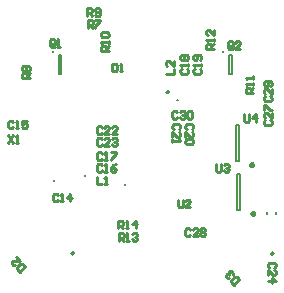
<source format=gbr>
%FSTAX25Y25*%
%MOIN*%
%SFA1B1*%

%IPPOS*%
%ADD47C,0.009842*%
%ADD48C,0.007874*%
%ADD49C,0.010000*%
%ADD66C,0.004921*%
%ADD67C,0.003937*%
%LNdigit_legend_top-1*%
%LPD*%
G54D47*
X0085531Y0059448D02*
D01*
X008553Y0059483*
X0085526Y0059517*
X008552Y0059551*
X0085512Y0059584*
X0085501Y0059617*
X0085488Y0059648*
X0085473Y0059679*
X0085456Y0059709*
X0085437Y0059738*
X0085416Y0059765*
X0085393Y005979*
X0085368Y0059814*
X0085342Y0059836*
X0085314Y0059856*
X0085285Y0059874*
X0085255Y0059891*
X0085223Y0059905*
X0085191Y0059916*
X0085158Y0059926*
X0085124Y0059933*
X008509Y0059938*
X0085056Y005994*
X0085022*
X0084987Y0059938*
X0084953Y0059933*
X008492Y0059926*
X0084887Y0059916*
X0084855Y0059905*
X0084823Y0059891*
X0084793Y0059874*
X0084764Y0059856*
X0084736Y0059836*
X008471Y0059814*
X0084685Y005979*
X0084662Y0059765*
X0084641Y0059738*
X0084622Y0059709*
X0084604Y0059679*
X0084589Y0059648*
X0084576Y0059617*
X0084566Y0059584*
X0084558Y0059551*
X0084552Y0059517*
X0084548Y0059483*
X0084547Y0059448*
X0084548Y0059414*
X0084552Y005938*
X0084558Y0059346*
X0084566Y0059313*
X0084576Y005928*
X0084589Y0059248*
X0084604Y0059217*
X0084622Y0059188*
X0084641Y0059159*
X0084662Y0059132*
X0084685Y0059106*
X008471Y0059083*
X0084736Y0059061*
X0084764Y005904*
X0084793Y0059022*
X0084823Y0059006*
X0084855Y0058992*
X0084887Y005898*
X008492Y0058971*
X0084953Y0058964*
X0084987Y0058959*
X0085022Y0058956*
X0085056*
X008509Y0058959*
X0085124Y0058964*
X0085158Y0058971*
X0085191Y005898*
X0085223Y0058992*
X0085255Y0059006*
X0085285Y0059022*
X0085314Y005904*
X0085342Y0059061*
X0085368Y0059083*
X0085393Y0059106*
X0085416Y0059132*
X0085437Y0059159*
X0085456Y0059188*
X0085473Y0059217*
X0085488Y0059248*
X0085501Y005928*
X0085512Y0059313*
X008552Y0059346*
X0085526Y005938*
X008553Y0059414*
X0085531Y0059448*
X0085925Y004311D02*
D01*
X0085924Y0043144*
X008592Y0043178*
X0085914Y0043212*
X0085906Y0043245*
X0085895Y0043278*
X0085882Y004331*
X0085867Y0043341*
X008585Y004337*
X0085831Y0043399*
X008581Y0043426*
X0085787Y0043452*
X0085762Y0043475*
X0085736Y0043497*
X0085708Y0043518*
X0085679Y0043536*
X0085648Y0043552*
X0085617Y0043566*
X0085585Y0043578*
X0085552Y0043587*
X0085518Y0043594*
X0085484Y0043599*
X008545Y0043602*
X0085415*
X0085381Y0043599*
X0085347Y0043594*
X0085314Y0043587*
X0085281Y0043578*
X0085248Y0043566*
X0085217Y0043552*
X0085187Y0043536*
X0085157Y0043518*
X008513Y0043497*
X0085103Y0043475*
X0085079Y0043452*
X0085056Y0043426*
X0085034Y0043399*
X0085015Y004337*
X0084998Y0043341*
X0084983Y004331*
X008497Y0043278*
X008496Y0043245*
X0084951Y0043212*
X0084945Y0043178*
X0084942Y0043144*
X0084941Y004311*
X0084942Y0043075*
X0084945Y0043041*
X0084951Y0043007*
X008496Y0042974*
X008497Y0042941*
X0084983Y004291*
X0084998Y0042879*
X0085015Y0042849*
X0085034Y004282*
X0085056Y0042793*
X0085079Y0042768*
X0085103Y0042744*
X008513Y0042722*
X0085157Y0042702*
X0085187Y0042684*
X0085217Y0042667*
X0085248Y0042653*
X0085281Y0042642*
X0085314Y0042632*
X0085347Y0042625*
X0085381Y004262*
X0085415Y0042618*
X008545*
X0085484Y004262*
X0085518Y0042625*
X0085552Y0042632*
X0085585Y0042642*
X0085617Y0042653*
X0085648Y0042667*
X0085679Y0042684*
X0085708Y0042702*
X0085736Y0042722*
X0085762Y0042744*
X0085787Y0042768*
X008581Y0042793*
X0085831Y004282*
X008585Y0042849*
X0085867Y0042879*
X0085882Y004291*
X0085895Y0042941*
X0085906Y0042974*
X0085914Y0043007*
X008592Y0043041*
X0085924Y0043075*
X0085925Y004311*
G54D48*
X0079724Y0060826D02*
X0080905D01*
X0079724Y0072637D02*
X0080905D01*
Y0060826D02*
Y0072637D01*
X0079724Y0060826D02*
Y0072637D01*
X0080118Y0044488D02*
X0081299D01*
X0080118Y0056299D02*
X0081299D01*
Y0044488D02*
Y0056299D01*
X0080118Y0044488D02*
Y0056299D01*
X0077543Y0096063D02*
X0078362D01*
X0077543Y0089763D02*
X0078362D01*
X0077543D02*
Y0096063D01*
X0078362Y0089763D02*
Y0096063D01*
X002085D02*
X0021669D01*
X002085Y0089763D02*
X0021669D01*
X002085D02*
Y0096063D01*
X0021669Y0089763D02*
Y0096063D01*
X0060039Y0081102D02*
X0060433D01*
X0029527Y0055708D02*
Y0056102D01*
X0093307Y004311D02*
Y0043503D01*
X0090157Y004311D02*
Y0043503D01*
G54D49*
X0092025Y0029966D02*
D01*
X0092024Y0029981*
X0092023Y0029996*
X009202Y0030012*
X0092016Y0030026*
X0092012Y0030041*
X0092006Y0030055*
X0091999Y0030069*
X0091991Y0030082*
X0091983Y0030095*
X0091973Y0030107*
X0091963Y0030119*
X0091952Y0030129*
X009194Y0030139*
X0091928Y0030148*
X0091915Y0030156*
X0091901Y0030164*
X0091887Y003017*
X0091873Y0030175*
X0091858Y0030179*
X0091843Y0030183*
X0091828Y0030185*
X0091812Y0030186*
X0091797*
X0091782Y0030185*
X0091767Y0030183*
X0091752Y0030179*
X0091737Y0030175*
X0091722Y003017*
X0091708Y0030164*
X0091695Y0030156*
X0091682Y0030148*
X0091669Y0030139*
X0091658Y0030129*
X0091646Y0030119*
X0091636Y0030107*
X0091627Y0030095*
X0091618Y0030082*
X009161Y0030069*
X0091604Y0030055*
X0091598Y0030041*
X0091593Y0030026*
X009159Y0030012*
X0091587Y0029996*
X0091585Y0029981*
X0091585Y0029966*
X0091585Y002995*
X0091587Y0029935*
X009159Y002992*
X0091593Y0029905*
X0091598Y0029891*
X0091604Y0029876*
X009161Y0029862*
X0091618Y0029849*
X0091627Y0029836*
X0091636Y0029824*
X0091646Y0029813*
X0091658Y0029802*
X0091669Y0029792*
X0091682Y0029783*
X0091695Y0029775*
X0091708Y0029768*
X0091722Y0029762*
X0091737Y0029756*
X0091752Y0029752*
X0091767Y0029749*
X0091782Y0029747*
X0091797Y0029746*
X0091812*
X0091828Y0029747*
X0091843Y0029749*
X0091858Y0029752*
X0091873Y0029756*
X0091887Y0029762*
X0091901Y0029768*
X0091915Y0029775*
X0091928Y0029783*
X009194Y0029792*
X0091952Y0029802*
X0091963Y0029813*
X0091973Y0029824*
X0091983Y0029836*
X0091991Y0029849*
X0091999Y0029862*
X0092006Y0029876*
X0092012Y0029891*
X0092016Y0029905*
X009202Y002992*
X0092023Y0029935*
X0092024Y002995*
X0092025Y0029966*
X0025433Y0030036D02*
D01*
X0025432Y0030051*
X0025431Y0030067*
X0025428Y0030082*
X0025424Y0030097*
X002542Y0030111*
X0025414Y0030126*
X0025407Y0030139*
X0025399Y0030153*
X0025391Y0030165*
X0025381Y0030178*
X0025371Y0030189*
X002536Y00302*
X0025348Y003021*
X0025336Y0030219*
X0025323Y0030227*
X0025309Y0030234*
X0025295Y003024*
X0025281Y0030245*
X0025266Y003025*
X0025251Y0030253*
X0025236Y0030255*
X002522Y0030256*
X0025205*
X002519Y0030255*
X0025174Y0030253*
X0025159Y003025*
X0025145Y0030245*
X002513Y003024*
X0025116Y0030234*
X0025103Y0030227*
X002509Y0030219*
X0025077Y003021*
X0025065Y00302*
X0025054Y0030189*
X0025044Y0030178*
X0025035Y0030165*
X0025026Y0030153*
X0025018Y0030139*
X0025012Y0030126*
X0025006Y0030111*
X0025001Y0030097*
X0024997Y0030082*
X0024995Y0030067*
X0024993Y0030051*
X0024993Y0030036*
X0024993Y0030021*
X0024995Y0030005*
X0024997Y002999*
X0025001Y0029975*
X0025006Y0029961*
X0025012Y0029947*
X0025018Y0029933*
X0025026Y0029919*
X0025035Y0029907*
X0025044Y0029895*
X0025054Y0029883*
X0025065Y0029873*
X0025077Y0029863*
X002509Y0029854*
X0025103Y0029845*
X0025116Y0029838*
X002513Y0029832*
X0025145Y0029827*
X0025159Y0029823*
X0025174Y0029819*
X002519Y0029817*
X0025205Y0029816*
X002522*
X0025236Y0029817*
X0025251Y0029819*
X0025266Y0029823*
X0025281Y0029827*
X0025295Y0029832*
X0025309Y0029838*
X0025323Y0029845*
X0025336Y0029854*
X0025348Y0029863*
X002536Y0029873*
X0025371Y0029883*
X0025381Y0029895*
X0025391Y0029907*
X0025399Y0029919*
X0025407Y0029933*
X0025414Y0029947*
X002542Y0029961*
X0025424Y0029975*
X0025428Y002999*
X0025431Y0030005*
X0025432Y0030021*
X0025433Y0030036*
X0057109Y0083759D02*
D01*
X0057109Y0083775*
X0057107Y008379*
X0057104Y0083805*
X0057101Y008382*
X0057096Y0083835*
X005709Y0083849*
X0057084Y0083863*
X0057076Y0083876*
X0057067Y0083889*
X0057058Y0083901*
X0057048Y0083912*
X0057036Y0083923*
X0057025Y0083933*
X0057012Y0083942*
X0056999Y008395*
X0056986Y0083957*
X0056972Y0083963*
X0056957Y0083969*
X0056942Y0083973*
X0056927Y0083976*
X0056912Y0083978*
X0056897Y0083979*
X0056882*
X0056866Y0083978*
X0056851Y0083976*
X0056836Y0083973*
X0056821Y0083969*
X0056807Y0083963*
X0056793Y0083957*
X0056779Y008395*
X0056766Y0083942*
X0056754Y0083933*
X0056742Y0083923*
X0056731Y0083912*
X0056721Y0083901*
X0056711Y0083889*
X0056703Y0083876*
X0056695Y0083863*
X0056688Y0083849*
X0056682Y0083835*
X0056678Y008382*
X0056674Y0083805*
X0056671Y008379*
X005667Y0083775*
X0056669Y0083759*
X005667Y0083744*
X0056671Y0083729*
X0056674Y0083714*
X0056678Y0083699*
X0056682Y0083684*
X0056688Y008367*
X0056695Y0083656*
X0056703Y0083643*
X0056711Y008363*
X0056721Y0083618*
X0056731Y0083606*
X0056742Y0083596*
X0056754Y0083586*
X0056766Y0083577*
X0056779Y0083569*
X0056793Y0083561*
X0056807Y0083555*
X0056821Y008355*
X0056836Y0083546*
X0056851Y0083543*
X0056866Y008354*
X0056882Y0083539*
X0056897*
X0056912Y008354*
X0056927Y0083543*
X0056942Y0083546*
X0056957Y008355*
X0056972Y0083555*
X0056986Y0083561*
X0056999Y0083569*
X0057012Y0083577*
X0057025Y0083586*
X0057036Y0083596*
X0057048Y0083606*
X0057058Y0083618*
X0057067Y008363*
X0057076Y0083643*
X0057084Y0083656*
X005709Y008367*
X0057096Y0083684*
X0057101Y0083699*
X0057104Y0083714*
X0057107Y0083729*
X0057109Y0083744*
X0057109Y0083759*
X0040649Y0038287D02*
Y0040786D01*
X0041899*
X0042315Y004037*
Y0039537*
X0041899Y003912*
X0040649*
X0041482D02*
X0042315Y0038287D01*
X0043148D02*
X0043981D01*
X0043565*
Y0040786*
X0043148Y004037*
X0046481Y0038287D02*
Y0040786D01*
X0045231Y0039537*
X0046897*
X0040748Y0034153D02*
Y0036652D01*
X0041997*
X0042414Y0036236*
Y0035403*
X0041997Y0034986*
X0040748*
X0041581D02*
X0042414Y0034153D01*
X0043247D02*
X004408D01*
X0043663*
Y0036652*
X0043247Y0036236*
X0045329D02*
X0045746Y0036652D01*
X0046579*
X0046996Y0036236*
Y0035819*
X0046579Y0035403*
X0046162*
X0046579*
X0046996Y0034986*
Y003457*
X0046579Y0034153*
X0045746*
X0045329Y003457*
X0003937Y0069199D02*
X0005603Y00667D01*
Y0069199D02*
X0003937Y00667D01*
X0006436D02*
X0007269D01*
X0006852*
Y0069199*
X0006436Y0068782*
X0082677Y0076199D02*
Y0074116D01*
X0083093Y00737*
X0083926*
X0084343Y0074116*
Y0076199*
X0086425Y00737D02*
Y0076199D01*
X0085176Y0074949*
X0086842*
X0073228Y0059585D02*
Y0057503D01*
X0073644Y0057086*
X0074478*
X0074894Y0057503*
Y0059585*
X0075727Y0059169D02*
X0076144Y0059585D01*
X0076977*
X0077393Y0059169*
Y0058752*
X0076977Y0058336*
X007656*
X0076977*
X0077393Y0057919*
Y0057503*
X0076977Y0057086*
X0076144*
X0075727Y0057503*
X0060433Y0047774D02*
Y0045692D01*
X0060849Y0045275*
X0061682*
X0062099Y0045692*
Y0047774*
X0064598Y0045275D02*
X0062932D01*
X0064598Y0046941*
Y0047358*
X0064181Y0047774*
X0063348*
X0062932Y0047358*
X007244Y0098031D02*
X0069941D01*
Y0099281*
X0070358Y0099697*
X0071191*
X0071607Y0099281*
Y0098031*
Y0098864D02*
X007244Y0099697D01*
Y010053D02*
Y0101363D01*
Y0100947*
X0069941*
X0070358Y010053*
X007244Y0104279D02*
Y0102613D01*
X0070774Y0104279*
X0070358*
X0069941Y0103863*
Y0103029*
X0070358Y0102613*
X0085531Y0083464D02*
X0083032D01*
Y0084714*
X0083448Y008513*
X0084281*
X0084698Y0084714*
Y0083464*
Y0084297D02*
X0085531Y008513D01*
Y0085963D02*
Y0086796D01*
Y008638*
X0083032*
X0083448Y0085963*
X0085531Y0088046D02*
Y0088879D01*
Y0088463*
X0083032*
X0083448Y0088046*
X0037401Y00973D02*
X0034902D01*
Y0098549*
X0035318Y0098966*
X0036152*
X0036568Y0098549*
Y00973*
Y0098133D02*
X0037401Y0098966D01*
Y0099799D02*
Y0100632D01*
Y0100215*
X0034902*
X0035318Y0099799*
Y0101881D02*
X0034902Y0102298D01*
Y0103131*
X0035318Y0103548*
X0036985*
X0037401Y0103131*
Y0102298*
X0036985Y0101881*
X0035318*
X0030315Y0109055D02*
Y0111554D01*
X0031564*
X0031981Y0111137*
Y0110304*
X0031564Y0109888*
X0030315*
X0031148D02*
X0031981Y0109055D01*
X0032814Y0109471D02*
X003323Y0109055D01*
X0034063*
X003448Y0109471*
Y0111137*
X0034063Y0111554*
X003323*
X0032814Y0111137*
Y0110721*
X003323Y0110304*
X003448*
X0011023Y0088189D02*
X0008524D01*
Y0089438*
X0008941Y0089855*
X0009774*
X001019Y0089438*
Y0088189*
Y0089022D02*
X0011023Y0089855D01*
X0008941Y0090688D02*
X0008524Y0091104D01*
Y0091937*
X0008941Y0092354*
X0009357*
X0009774Y0091937*
X001019Y0092354*
X0010607*
X0011023Y0091937*
Y0091104*
X0010607Y0090688*
X001019*
X0009774Y0091104*
X0009357Y0090688*
X0008941*
X0009774Y0091104D02*
Y0091937D01*
X00304Y0105118D02*
Y0107617D01*
X0031649*
X0032066Y01072*
Y0106367*
X0031649Y0105951*
X00304*
X0031233D02*
X0032066Y0105118D01*
X0032899Y0107617D02*
X0034565D01*
Y01072*
X0032899Y0105534*
Y0105118*
X0078831Y0098448D02*
Y0100114D01*
X0078414Y010053*
X0077581*
X0077165Y0100114*
Y0098448*
X0077581Y0098031*
X0078414*
X0077998Y0098864D02*
X0078831Y0098031D01*
X0078414D02*
X0078831Y0098448D01*
X008133Y0098031D02*
X0079664D01*
X008133Y0099697*
Y0100114*
X0080914Y010053*
X0080081*
X0079664Y0100114*
X0019382Y0099235D02*
Y0100901D01*
X0018966Y0101318*
X0018133*
X0017716Y0100901*
Y0099235*
X0018133Y0098818*
X0018966*
X0018549Y0099652D02*
X0019382Y0098818D01*
X0018966D02*
X0019382Y0099235D01*
X0020215Y0098818D02*
X0021048D01*
X0020632*
Y0101318*
X0020215Y0100901*
X0056555Y0089763D02*
X0059055D01*
Y0091429*
Y0093929D02*
Y0092263D01*
X0057389Y0093929*
X0056972*
X0056555Y0093512*
Y0092679*
X0056972Y0092263*
X0033464Y0055344D02*
Y0052845D01*
X003513*
X0035963D02*
X0036796D01*
X003638*
Y0055344*
X0035963Y0054928*
X0079138Y0019492D02*
X0080905Y0021259D01*
X0080021Y0022143*
X0079432*
X0078254Y0020965*
Y0020376*
X0079138Y0019492*
X0077665Y0021554D02*
X0077076D01*
X0076487Y0022143*
Y0022732*
X0076782Y0023027*
X0077371*
X0077665Y0022732*
X0077371Y0023027*
Y0023616*
X0077665Y002391*
X0078254*
X0078843Y0023321*
Y0022732*
X0007681Y0023823D02*
X0009448Y002559D01*
X0008565Y0026474*
X0007976*
X0006798Y0025296*
Y0024707*
X0007681Y0023823*
X0006503Y0028535D02*
X0007681Y0027357D01*
X0005325*
X000503Y0027063*
Y0026474*
X0005619Y0025885*
X0006209*
X0038582Y009305D02*
Y0090551D01*
X0039832*
X0040248Y0090967*
Y0092633*
X0039832Y009305*
X0038582*
X0041081Y0090551D02*
X0041914D01*
X0041498*
Y009305*
X0041081Y0092633*
X0060327Y0076885D02*
X0059911Y0077302D01*
X0059077*
X0058661Y0076885*
Y0075219*
X0059077Y0074803*
X0059911*
X0060327Y0075219*
X006116Y0076885D02*
X0061577Y0077302D01*
X006241*
X0062826Y0076885*
Y0076469*
X006241Y0076052*
X0061993*
X006241*
X0062826Y0075636*
Y0075219*
X006241Y0074803*
X0061577*
X006116Y0075219*
X0063659Y0076885D02*
X0064076Y0077302D01*
X0064909*
X0065325Y0076885*
Y0075219*
X0064909Y0074803*
X0064076*
X0063659Y0075219*
Y0076885*
X0089649Y0082177D02*
X0089233Y0081761D01*
Y0080928*
X0089649Y0080511*
X0091315*
X0091732Y0080928*
Y0081761*
X0091315Y0082177*
X0091732Y0084677D02*
Y0083011D01*
X0090066Y0084677*
X0089649*
X0089233Y008426*
Y0083427*
X0089649Y0083011*
X0091315Y008551D02*
X0091732Y0085926D01*
Y0086759*
X0091315Y0087176*
X0089649*
X0089233Y0086759*
Y0085926*
X0089649Y008551*
X0090066*
X0090482Y0085926*
Y0087176*
X0064658Y0037782D02*
X0064241Y0038199D01*
X0063408*
X0062992Y0037782*
Y0036116*
X0063408Y00357*
X0064241*
X0064658Y0036116*
X0067157Y00357D02*
X0065491D01*
X0067157Y0037366*
Y0037782*
X006674Y0038199*
X0065907*
X0065491Y0037782*
X006799D02*
X0068407Y0038199D01*
X006924*
X0069656Y0037782*
Y0037366*
X006924Y0036949*
X0069656Y0036533*
Y0036116*
X006924Y00357*
X0068407*
X006799Y0036116*
Y0036533*
X0068407Y0036949*
X006799Y0037366*
Y0037782*
X0068407Y0036949D02*
X006924D01*
X0089649Y0074303D02*
X0089233Y0073887D01*
Y0073054*
X0089649Y0072637*
X0091315*
X0091732Y0073054*
Y0073887*
X0091315Y0074303*
X0091732Y0076803D02*
Y0075137D01*
X0090066Y0076803*
X0089649*
X0089233Y0076386*
Y0075553*
X0089649Y0075137*
X0089233Y0077636D02*
Y0079302D01*
X0089649*
X0091315Y0077636*
X0091732*
X0092633Y0025105D02*
X009305Y0025522D01*
Y0026355*
X0092633Y0026771*
X0090967*
X0090551Y0026355*
Y0025522*
X0090967Y0025105*
X0090551Y0022606D02*
Y0024272D01*
X0092217Y0022606*
X0092633*
X009305Y0023022*
Y0023855*
X0092633Y0024272*
X0090551Y0020523D02*
X009305D01*
X00918Y0021773*
Y0020107*
X003513Y006783D02*
X0034714Y0068247D01*
X0033881*
X0033464Y006783*
Y0066164*
X0033881Y0065748*
X0034714*
X003513Y0066164*
X0037629Y0065748D02*
X0035963D01*
X0037629Y0067414*
Y006783*
X0037213Y0068247*
X003638*
X0035963Y006783*
X0038463D02*
X0038879Y0068247D01*
X0039712*
X0040129Y006783*
Y0067414*
X0039712Y0066997*
X0039296*
X0039712*
X0040129Y0066581*
Y0066164*
X0039712Y0065748*
X0038879*
X0038463Y0066164*
X003513Y0071782D02*
X0034714Y0072199D01*
X0033881*
X0033464Y0071782*
Y0070116*
X0033881Y00697*
X0034714*
X003513Y0070116*
X0037629Y00697D02*
X0035963D01*
X0037629Y0071366*
Y0071782*
X0037213Y0072199*
X003638*
X0035963Y0071782*
X0040129Y00697D02*
X0038463D01*
X0040129Y0071366*
Y0071782*
X0039712Y0072199*
X0038879*
X0038463Y0071782*
X0060744Y0071168D02*
X006116Y0071585D01*
Y0072418*
X0060744Y0072834*
X0059077*
X0058661Y0072418*
Y0071585*
X0059077Y0071168*
X0058661Y0068669D02*
Y0070335D01*
X0060327Y0068669*
X0060744*
X006116Y0069085*
Y0069918*
X0060744Y0070335*
X0058661Y0067836D02*
Y0067003D01*
Y0067419*
X006116*
X0060744Y0067836*
X0065074Y0071168D02*
X0065491Y0071585D01*
Y0072418*
X0065074Y0072834*
X0063408*
X0062992Y0072418*
Y0071585*
X0063408Y0071168*
X0062992Y0068669D02*
Y0070335D01*
X0064658Y0068669*
X0065074*
X0065491Y0069085*
Y0069918*
X0065074Y0070335*
Y0067836D02*
X0065491Y0067419D01*
Y0066586*
X0065074Y006617*
X0063408*
X0062992Y0066586*
Y0067419*
X0063408Y0067836*
X0065074*
X0066027Y0091429D02*
X0065611Y0091013D01*
Y009018*
X0066027Y0089763*
X0067693*
X006811Y009018*
Y0091013*
X0067693Y0091429*
X006811Y0092263D02*
Y0093096D01*
Y0092679*
X0065611*
X0066027Y0092263*
X0067693Y0094345D02*
X006811Y0094762D01*
Y0095595*
X0067693Y0096011*
X0066027*
X0065611Y0095595*
Y0094762*
X0066027Y0094345*
X0066444*
X006686Y0094762*
Y0096011*
X0061696Y0091429D02*
X006128Y0091013D01*
Y009018*
X0061696Y0089763*
X0063363*
X0063779Y009018*
Y0091013*
X0063363Y0091429*
X0063779Y0092263D02*
Y0093096D01*
Y0092679*
X006128*
X0061696Y0092263*
Y0094345D02*
X006128Y0094762D01*
Y0095595*
X0061696Y0096011*
X0062113*
X0062529Y0095595*
X0062946Y0096011*
X0063363*
X0063779Y0095595*
Y0094762*
X0063363Y0094345*
X0062946*
X0062529Y0094762*
X0062113Y0094345*
X0061696*
X0062529Y0094762D02*
Y0095595D01*
X003513Y0063106D02*
X0034714Y0063522D01*
X0033881*
X0033464Y0063106*
Y006144*
X0033881Y0061023*
X0034714*
X003513Y006144*
X0035963Y0061023D02*
X0036796D01*
X003638*
Y0063522*
X0035963Y0063106*
X0038046Y0063522D02*
X0039712D01*
Y0063106*
X0038046Y006144*
Y0061023*
X003513Y0059169D02*
X0034714Y0059585D01*
X0033881*
X0033464Y0059169*
Y0057503*
X0033881Y0057086*
X0034714*
X003513Y0057503*
X0035963Y0057086D02*
X0036796D01*
X003638*
Y0059585*
X0035963Y0059169*
X0039712Y0059585D02*
X0038879Y0059169D01*
X0038046Y0058336*
Y0057503*
X0038463Y0057086*
X0039296*
X0039712Y0057503*
Y0057919*
X0039296Y0058336*
X0038046*
X0005603Y0073582D02*
X0005186Y0073999D01*
X0004353*
X0003937Y0073582*
Y0071916*
X0004353Y00715*
X0005186*
X0005603Y0071916*
X0006436Y00715D02*
X0007269D01*
X0006852*
Y0073999*
X0006436Y0073582*
X0010185Y0073999D02*
X0008518D01*
Y0072749*
X0009351Y0073166*
X0009768*
X0010185Y0072749*
Y0071916*
X0009768Y00715*
X0008935*
X0008518Y0071916*
X0020465Y0049326D02*
X0020048Y0049743D01*
X0019215*
X0018799Y0049326*
Y004766*
X0019215Y0047244*
X0020048*
X0020465Y004766*
X0021298Y0047244D02*
X0022131D01*
X0021714*
Y0049743*
X0021298Y0049326*
X002463Y0047244D02*
Y0049743D01*
X0023381Y0048493*
X0025047*
G54D66*
X001934Y0054232D02*
D01*
X0019339Y0054249*
X0019338Y0054266*
X0019335Y0054283*
X001933Y00543*
X0019325Y0054316*
X0019319Y0054332*
X0019311Y0054347*
X0019303Y0054362*
X0019293Y0054376*
X0019282Y005439*
X0019271Y0054403*
X0019259Y0054415*
X0019245Y0054426*
X0019232Y0054436*
X0019217Y0054445*
X0019202Y0054453*
X0019186Y005446*
X001917Y0054466*
X0019153Y0054471*
X0019137Y0054474*
X001912Y0054477*
X0019102Y0054478*
X0019085*
X0019068Y0054477*
X0019051Y0054474*
X0019034Y0054471*
X0019018Y0054466*
X0019002Y005446*
X0018986Y0054453*
X0018971Y0054445*
X0018956Y0054436*
X0018942Y0054426*
X0018929Y0054415*
X0018917Y0054403*
X0018905Y005439*
X0018895Y0054376*
X0018885Y0054362*
X0018877Y0054347*
X0018869Y0054332*
X0018863Y0054316*
X0018857Y00543*
X0018853Y0054283*
X001885Y0054266*
X0018848Y0054249*
X0018848Y0054232*
X0018848Y0054215*
X001885Y0054198*
X0018853Y0054181*
X0018857Y0054164*
X0018863Y0054148*
X0018869Y0054132*
X0018877Y0054116*
X0018885Y0054101*
X0018895Y0054087*
X0018905Y0054074*
X0018917Y0054061*
X0018929Y0054049*
X0018942Y0054038*
X0018956Y0054028*
X0018971Y0054019*
X0018986Y0054011*
X0019002Y0054004*
X0019018Y0053998*
X0019034Y0053993*
X0019051Y0053989*
X0019068Y0053987*
X0019085Y0053986*
X0019102*
X001912Y0053987*
X0019137Y0053989*
X0019153Y0053993*
X001917Y0053998*
X0019186Y0054004*
X0019202Y0054011*
X0019217Y0054019*
X0019232Y0054028*
X0019245Y0054038*
X0019259Y0054049*
X0019271Y0054061*
X0019282Y0054074*
X0019293Y0054087*
X0019303Y0054101*
X0019311Y0054116*
X0019319Y0054132*
X0019325Y0054148*
X001933Y0054164*
X0019335Y0054181*
X0019338Y0054198*
X0019339Y0054215*
X001934Y0054232*
G54D67*
X0042815Y0052696D02*
D01*
X0042814Y005271*
X0042813Y0052724*
X004281Y0052737*
X0042807Y0052751*
X0042803Y0052764*
X0042797Y0052776*
X0042791Y0052789*
X0042785Y0052801*
X0042777Y0052812*
X0042768Y0052823*
X0042759Y0052833*
X0042749Y0052843*
X0042739Y0052851*
X0042728Y0052859*
X0042716Y0052867*
X0042704Y0052873*
X0042691Y0052879*
X0042679Y0052883*
X0042665Y0052887*
X0042652Y005289*
X0042638Y0052892*
X0042625Y0052893*
X0042611*
X0042597Y0052892*
X0042584Y005289*
X004257Y0052887*
X0042557Y0052883*
X0042544Y0052879*
X0042531Y0052873*
X0042519Y0052867*
X0042508Y0052859*
X0042497Y0052851*
X0042486Y0052843*
X0042476Y0052833*
X0042467Y0052823*
X0042458Y0052812*
X0042451Y0052801*
X0042444Y0052789*
X0042438Y0052776*
X0042433Y0052764*
X0042429Y0052751*
X0042425Y0052737*
X0042423Y0052724*
X0042421Y005271*
X0042421Y0052696*
X0042421Y0052683*
X0042423Y0052669*
X0042425Y0052655*
X0042429Y0052642*
X0042433Y0052629*
X0042438Y0052616*
X0042444Y0052604*
X0042451Y0052592*
X0042458Y0052581*
X0042467Y005257*
X0042476Y005256*
X0042486Y005255*
X0042497Y0052541*
X0042508Y0052533*
X0042519Y0052526*
X0042531Y0052519*
X0042544Y0052514*
X0042557Y0052509*
X004257Y0052505*
X0042584Y0052502*
X0042597Y0052501*
X0042611Y00525*
X0042625*
X0042638Y0052501*
X0042652Y0052502*
X0042665Y0052505*
X0042679Y0052509*
X0042691Y0052514*
X0042704Y0052519*
X0042716Y0052526*
X0042728Y0052533*
X0042739Y0052541*
X0042749Y005255*
X0042759Y005256*
X0042768Y005257*
X0042777Y0052581*
X0042785Y0052592*
X0042791Y0052604*
X0042797Y0052616*
X0042803Y0052629*
X0042807Y0052642*
X004281Y0052655*
X0042813Y0052669*
X0042814Y0052683*
X0042815Y0052696*
X0075492Y0097047D02*
D01*
X0075491Y0097061*
X007549Y0097074*
X0075487Y0097088*
X0075484Y0097101*
X007548Y0097114*
X0075475Y0097127*
X0075469Y0097139*
X0075462Y0097151*
X0075454Y0097162*
X0075446Y0097173*
X0075436Y0097184*
X0075426Y0097193*
X0075416Y0097202*
X0075405Y009721*
X0075393Y0097217*
X0075381Y0097224*
X0075369Y0097229*
X0075356Y0097234*
X0075342Y0097238*
X0075329Y0097241*
X0075315Y0097243*
X0075302Y0097243*
X0075288*
X0075274Y0097243*
X0075261Y0097241*
X0075247Y0097238*
X0075234Y0097234*
X0075221Y0097229*
X0075209Y0097224*
X0075196Y0097217*
X0075185Y009721*
X0075174Y0097202*
X0075163Y0097193*
X0075153Y0097184*
X0075144Y0097173*
X0075136Y0097162*
X0075128Y0097151*
X0075121Y0097139*
X0075115Y0097127*
X007511Y0097114*
X0075106Y0097101*
X0075102Y0097088*
X00751Y0097074*
X0075098Y0097061*
X0075098Y0097047*
X0075098Y0097033*
X00751Y0097019*
X0075102Y0097006*
X0075106Y0096993*
X007511Y0096979*
X0075115Y0096967*
X0075121Y0096954*
X0075128Y0096943*
X0075136Y0096931*
X0075144Y009692*
X0075153Y009691*
X0075163Y0096901*
X0075174Y0096892*
X0075185Y0096884*
X0075196Y0096876*
X0075209Y009687*
X0075221Y0096864*
X0075234Y009686*
X0075247Y0096856*
X0075261Y0096853*
X0075274Y0096851*
X0075288Y009685*
X0075302*
X0075315Y0096851*
X0075329Y0096853*
X0075342Y0096856*
X0075356Y009686*
X0075369Y0096864*
X0075381Y009687*
X0075393Y0096876*
X0075405Y0096884*
X0075416Y0096892*
X0075426Y0096901*
X0075436Y009691*
X0075446Y009692*
X0075454Y0096931*
X0075462Y0096943*
X0075469Y0096954*
X0075475Y0096967*
X007548Y0096979*
X0075484Y0096993*
X0075487Y0097006*
X007549Y0097019*
X0075491Y0097033*
X0075492Y0097047*
X0018799D02*
D01*
X0018798Y0097061*
X0018797Y0097074*
X0018794Y0097088*
X0018791Y0097101*
X0018787Y0097114*
X0018782Y0097127*
X0018776Y0097139*
X0018769Y0097151*
X0018761Y0097162*
X0018753Y0097173*
X0018743Y0097184*
X0018734Y0097193*
X0018723Y0097202*
X0018712Y009721*
X00187Y0097217*
X0018688Y0097224*
X0018676Y0097229*
X0018663Y0097234*
X001865Y0097238*
X0018636Y0097241*
X0018622Y0097243*
X0018609Y0097243*
X0018595*
X0018581Y0097243*
X0018568Y0097241*
X0018554Y0097238*
X0018541Y0097234*
X0018528Y0097229*
X0018516Y0097224*
X0018504Y0097217*
X0018492Y009721*
X0018481Y0097202*
X001847Y0097193*
X001846Y0097184*
X0018451Y0097173*
X0018443Y0097162*
X0018435Y0097151*
X0018428Y0097139*
X0018422Y0097127*
X0018417Y0097114*
X0018413Y0097101*
X0018409Y0097088*
X0018407Y0097074*
X0018406Y0097061*
X0018405Y0097047*
X0018406Y0097033*
X0018407Y0097019*
X0018409Y0097006*
X0018413Y0096993*
X0018417Y0096979*
X0018422Y0096967*
X0018428Y0096954*
X0018435Y0096943*
X0018443Y0096931*
X0018451Y009692*
X001846Y009691*
X001847Y0096901*
X0018481Y0096892*
X0018492Y0096884*
X0018504Y0096876*
X0018516Y009687*
X0018528Y0096864*
X0018541Y009686*
X0018554Y0096856*
X0018568Y0096853*
X0018581Y0096851*
X0018595Y009685*
X0018609*
X0018622Y0096851*
X0018636Y0096853*
X001865Y0096856*
X0018663Y009686*
X0018676Y0096864*
X0018688Y009687*
X00187Y0096876*
X0018712Y0096884*
X0018723Y0096892*
X0018734Y0096901*
X0018743Y009691*
X0018753Y009692*
X0018761Y0096931*
X0018769Y0096943*
X0018776Y0096954*
X0018782Y0096967*
X0018787Y0096979*
X0018791Y0096993*
X0018794Y0097006*
X0018797Y0097019*
X0018798Y0097033*
X0018799Y0097047*
M02*
</source>
